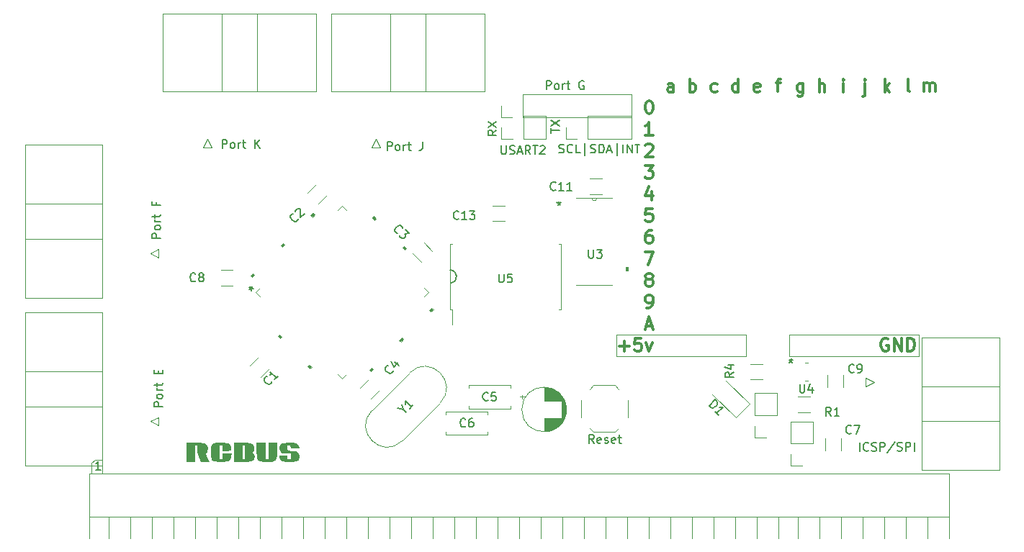
<source format=gbr>
%TF.GenerationSoftware,KiCad,Pcbnew,6.0.2+dfsg-1*%
%TF.CreationDate,2024-03-03T12:29:16-06:00*%
%TF.ProjectId,rc-duino,72632d64-7569-46e6-9f2e-6b696361645f,rev?*%
%TF.SameCoordinates,Original*%
%TF.FileFunction,Legend,Top*%
%TF.FilePolarity,Positive*%
%FSLAX46Y46*%
G04 Gerber Fmt 4.6, Leading zero omitted, Abs format (unit mm)*
G04 Created by KiCad (PCBNEW 6.0.2+dfsg-1) date 2024-03-03 12:29:16*
%MOMM*%
%LPD*%
G01*
G04 APERTURE LIST*
%ADD10C,0.150000*%
%ADD11C,0.300000*%
%ADD12C,0.120000*%
%ADD13C,0.100000*%
G04 APERTURE END LIST*
D10*
X101482339Y-61421229D02*
G75*
G03*
X101363800Y-59906506I-118539J752723D01*
G01*
X106824586Y-43453072D02*
X106348396Y-43786406D01*
X106824586Y-44024501D02*
X105824586Y-44024501D01*
X105824586Y-43643548D01*
X105872206Y-43548310D01*
X105919825Y-43500691D01*
X106015063Y-43453072D01*
X106157920Y-43453072D01*
X106253158Y-43500691D01*
X106300777Y-43548310D01*
X106348396Y-43643548D01*
X106348396Y-44024501D01*
X105824586Y-43119739D02*
X106824586Y-42453072D01*
X105824586Y-42453072D02*
X106824586Y-43119739D01*
X149509795Y-81203786D02*
X149509795Y-80203786D01*
X150557414Y-81108548D02*
X150509795Y-81156167D01*
X150366938Y-81203786D01*
X150271700Y-81203786D01*
X150128842Y-81156167D01*
X150033604Y-81060929D01*
X149985985Y-80965691D01*
X149938366Y-80775215D01*
X149938366Y-80632358D01*
X149985985Y-80441882D01*
X150033604Y-80346644D01*
X150128842Y-80251406D01*
X150271700Y-80203786D01*
X150366938Y-80203786D01*
X150509795Y-80251406D01*
X150557414Y-80299025D01*
X150938366Y-81156167D02*
X151081223Y-81203786D01*
X151319319Y-81203786D01*
X151414557Y-81156167D01*
X151462176Y-81108548D01*
X151509795Y-81013310D01*
X151509795Y-80918072D01*
X151462176Y-80822834D01*
X151414557Y-80775215D01*
X151319319Y-80727596D01*
X151128842Y-80679977D01*
X151033604Y-80632358D01*
X150985985Y-80584739D01*
X150938366Y-80489501D01*
X150938366Y-80394263D01*
X150985985Y-80299025D01*
X151033604Y-80251406D01*
X151128842Y-80203786D01*
X151366938Y-80203786D01*
X151509795Y-80251406D01*
X151938366Y-81203786D02*
X151938366Y-80203786D01*
X152319319Y-80203786D01*
X152414557Y-80251406D01*
X152462176Y-80299025D01*
X152509795Y-80394263D01*
X152509795Y-80537120D01*
X152462176Y-80632358D01*
X152414557Y-80679977D01*
X152319319Y-80727596D01*
X151938366Y-80727596D01*
X153652652Y-80156167D02*
X152795509Y-81441882D01*
X153938366Y-81156167D02*
X154081223Y-81203786D01*
X154319319Y-81203786D01*
X154414557Y-81156167D01*
X154462176Y-81108548D01*
X154509795Y-81013310D01*
X154509795Y-80918072D01*
X154462176Y-80822834D01*
X154414557Y-80775215D01*
X154319319Y-80727596D01*
X154128842Y-80679977D01*
X154033604Y-80632358D01*
X153985985Y-80584739D01*
X153938366Y-80489501D01*
X153938366Y-80394263D01*
X153985985Y-80299025D01*
X154033604Y-80251406D01*
X154128842Y-80203786D01*
X154366938Y-80203786D01*
X154509795Y-80251406D01*
X154938366Y-81203786D02*
X154938366Y-80203786D01*
X155319319Y-80203786D01*
X155414557Y-80251406D01*
X155462176Y-80299025D01*
X155509795Y-80394263D01*
X155509795Y-80537120D01*
X155462176Y-80632358D01*
X155414557Y-80679977D01*
X155319319Y-80727596D01*
X154938366Y-80727596D01*
X155938366Y-81203786D02*
X155938366Y-80203786D01*
X107380586Y-45278786D02*
X107380586Y-46088310D01*
X107428206Y-46183548D01*
X107475825Y-46231167D01*
X107571063Y-46278786D01*
X107761539Y-46278786D01*
X107856777Y-46231167D01*
X107904396Y-46183548D01*
X107952015Y-46088310D01*
X107952015Y-45278786D01*
X108380586Y-46231167D02*
X108523444Y-46278786D01*
X108761539Y-46278786D01*
X108856777Y-46231167D01*
X108904396Y-46183548D01*
X108952015Y-46088310D01*
X108952015Y-45993072D01*
X108904396Y-45897834D01*
X108856777Y-45850215D01*
X108761539Y-45802596D01*
X108571063Y-45754977D01*
X108475825Y-45707358D01*
X108428206Y-45659739D01*
X108380586Y-45564501D01*
X108380586Y-45469263D01*
X108428206Y-45374025D01*
X108475825Y-45326406D01*
X108571063Y-45278786D01*
X108809158Y-45278786D01*
X108952015Y-45326406D01*
X109332967Y-45993072D02*
X109809158Y-45993072D01*
X109237729Y-46278786D02*
X109571063Y-45278786D01*
X109904396Y-46278786D01*
X110809158Y-46278786D02*
X110475825Y-45802596D01*
X110237729Y-46278786D02*
X110237729Y-45278786D01*
X110618682Y-45278786D01*
X110713920Y-45326406D01*
X110761539Y-45374025D01*
X110809158Y-45469263D01*
X110809158Y-45612120D01*
X110761539Y-45707358D01*
X110713920Y-45754977D01*
X110618682Y-45802596D01*
X110237729Y-45802596D01*
X111094872Y-45278786D02*
X111666301Y-45278786D01*
X111380586Y-46278786D02*
X111380586Y-45278786D01*
X111952015Y-45374025D02*
X111999634Y-45326406D01*
X112094872Y-45278786D01*
X112332967Y-45278786D01*
X112428206Y-45326406D01*
X112475825Y-45374025D01*
X112523444Y-45469263D01*
X112523444Y-45564501D01*
X112475825Y-45707358D01*
X111904396Y-46278786D01*
X112523444Y-46278786D01*
X74581379Y-45588891D02*
X74581379Y-44588891D01*
X74962332Y-44588891D01*
X75057570Y-44636511D01*
X75105189Y-44684130D01*
X75152808Y-44779368D01*
X75152808Y-44922225D01*
X75105189Y-45017463D01*
X75057570Y-45065082D01*
X74962332Y-45112701D01*
X74581379Y-45112701D01*
X75724236Y-45588891D02*
X75628998Y-45541272D01*
X75581379Y-45493653D01*
X75533760Y-45398415D01*
X75533760Y-45112701D01*
X75581379Y-45017463D01*
X75628998Y-44969844D01*
X75724236Y-44922225D01*
X75867094Y-44922225D01*
X75962332Y-44969844D01*
X76009951Y-45017463D01*
X76057570Y-45112701D01*
X76057570Y-45398415D01*
X76009951Y-45493653D01*
X75962332Y-45541272D01*
X75867094Y-45588891D01*
X75724236Y-45588891D01*
X76486141Y-45588891D02*
X76486141Y-44922225D01*
X76486141Y-45112701D02*
X76533760Y-45017463D01*
X76581379Y-44969844D01*
X76676617Y-44922225D01*
X76771856Y-44922225D01*
X76962332Y-44922225D02*
X77343284Y-44922225D01*
X77105189Y-44588891D02*
X77105189Y-45446034D01*
X77152808Y-45541272D01*
X77248046Y-45588891D01*
X77343284Y-45588891D01*
X78438522Y-45588891D02*
X78438522Y-44588891D01*
X79009951Y-45588891D02*
X78581379Y-45017463D01*
X79009951Y-44588891D02*
X78438522Y-45160320D01*
X67572236Y-75981368D02*
X66572236Y-75981368D01*
X66572236Y-75600415D01*
X66619856Y-75505177D01*
X66667475Y-75457558D01*
X66762713Y-75409939D01*
X66905570Y-75409939D01*
X67000808Y-75457558D01*
X67048427Y-75505177D01*
X67096046Y-75600415D01*
X67096046Y-75981368D01*
X67572236Y-74838511D02*
X67524617Y-74933749D01*
X67476998Y-74981368D01*
X67381760Y-75028987D01*
X67096046Y-75028987D01*
X67000808Y-74981368D01*
X66953189Y-74933749D01*
X66905570Y-74838511D01*
X66905570Y-74695653D01*
X66953189Y-74600415D01*
X67000808Y-74552796D01*
X67096046Y-74505177D01*
X67381760Y-74505177D01*
X67476998Y-74552796D01*
X67524617Y-74600415D01*
X67572236Y-74695653D01*
X67572236Y-74838511D01*
X67572236Y-74076606D02*
X66905570Y-74076606D01*
X67096046Y-74076606D02*
X67000808Y-74028987D01*
X66953189Y-73981368D01*
X66905570Y-73886130D01*
X66905570Y-73790891D01*
X66905570Y-73600415D02*
X66905570Y-73219463D01*
X66572236Y-73457558D02*
X67429379Y-73457558D01*
X67524617Y-73409939D01*
X67572236Y-73314701D01*
X67572236Y-73219463D01*
X67048427Y-72124225D02*
X67048427Y-71790891D01*
X67572236Y-71648034D02*
X67572236Y-72124225D01*
X66572236Y-72124225D01*
X66572236Y-71648034D01*
X94004427Y-45842891D02*
X94004427Y-44842891D01*
X94385379Y-44842891D01*
X94480617Y-44890511D01*
X94528236Y-44938130D01*
X94575856Y-45033368D01*
X94575856Y-45176225D01*
X94528236Y-45271463D01*
X94480617Y-45319082D01*
X94385379Y-45366701D01*
X94004427Y-45366701D01*
X95147284Y-45842891D02*
X95052046Y-45795272D01*
X95004427Y-45747653D01*
X94956808Y-45652415D01*
X94956808Y-45366701D01*
X95004427Y-45271463D01*
X95052046Y-45223844D01*
X95147284Y-45176225D01*
X95290141Y-45176225D01*
X95385379Y-45223844D01*
X95432998Y-45271463D01*
X95480617Y-45366701D01*
X95480617Y-45652415D01*
X95432998Y-45747653D01*
X95385379Y-45795272D01*
X95290141Y-45842891D01*
X95147284Y-45842891D01*
X95909189Y-45842891D02*
X95909189Y-45176225D01*
X95909189Y-45366701D02*
X95956808Y-45271463D01*
X96004427Y-45223844D01*
X96099665Y-45176225D01*
X96194903Y-45176225D01*
X96385379Y-45176225D02*
X96766332Y-45176225D01*
X96528236Y-44842891D02*
X96528236Y-45700034D01*
X96575856Y-45795272D01*
X96671094Y-45842891D01*
X96766332Y-45842891D01*
X98147284Y-44842891D02*
X98147284Y-45557177D01*
X98099665Y-45700034D01*
X98004427Y-45795272D01*
X97861570Y-45842891D01*
X97766332Y-45842891D01*
X113215986Y-43768910D02*
X113215986Y-43197482D01*
X114215986Y-43483196D02*
X113215986Y-43483196D01*
X113215986Y-42959386D02*
X114215986Y-42292720D01*
X113215986Y-42292720D02*
X114215986Y-42959386D01*
X67318236Y-56145558D02*
X66318236Y-56145558D01*
X66318236Y-55764606D01*
X66365856Y-55669368D01*
X66413475Y-55621749D01*
X66508713Y-55574130D01*
X66651570Y-55574130D01*
X66746808Y-55621749D01*
X66794427Y-55669368D01*
X66842046Y-55764606D01*
X66842046Y-56145558D01*
X67318236Y-55002701D02*
X67270617Y-55097939D01*
X67222998Y-55145558D01*
X67127760Y-55193177D01*
X66842046Y-55193177D01*
X66746808Y-55145558D01*
X66699189Y-55097939D01*
X66651570Y-55002701D01*
X66651570Y-54859844D01*
X66699189Y-54764606D01*
X66746808Y-54716987D01*
X66842046Y-54669368D01*
X67127760Y-54669368D01*
X67222998Y-54716987D01*
X67270617Y-54764606D01*
X67318236Y-54859844D01*
X67318236Y-55002701D01*
X67318236Y-54240796D02*
X66651570Y-54240796D01*
X66842046Y-54240796D02*
X66746808Y-54193177D01*
X66699189Y-54145558D01*
X66651570Y-54050320D01*
X66651570Y-53955082D01*
X66651570Y-53764606D02*
X66651570Y-53383653D01*
X66318236Y-53621749D02*
X67175379Y-53621749D01*
X67270617Y-53574130D01*
X67318236Y-53478891D01*
X67318236Y-53383653D01*
X66794427Y-51955082D02*
X66794427Y-52288415D01*
X67318236Y-52288415D02*
X66318236Y-52288415D01*
X66318236Y-51812225D01*
X114186123Y-46078767D02*
X114328980Y-46126386D01*
X114567076Y-46126386D01*
X114662314Y-46078767D01*
X114709933Y-46031148D01*
X114757552Y-45935910D01*
X114757552Y-45840672D01*
X114709933Y-45745434D01*
X114662314Y-45697815D01*
X114567076Y-45650196D01*
X114376600Y-45602577D01*
X114281361Y-45554958D01*
X114233742Y-45507339D01*
X114186123Y-45412101D01*
X114186123Y-45316863D01*
X114233742Y-45221625D01*
X114281361Y-45174006D01*
X114376600Y-45126386D01*
X114614695Y-45126386D01*
X114757552Y-45174006D01*
X115757552Y-46031148D02*
X115709933Y-46078767D01*
X115567076Y-46126386D01*
X115471838Y-46126386D01*
X115328980Y-46078767D01*
X115233742Y-45983529D01*
X115186123Y-45888291D01*
X115138504Y-45697815D01*
X115138504Y-45554958D01*
X115186123Y-45364482D01*
X115233742Y-45269244D01*
X115328980Y-45174006D01*
X115471838Y-45126386D01*
X115567076Y-45126386D01*
X115709933Y-45174006D01*
X115757552Y-45221625D01*
X116662314Y-46126386D02*
X116186123Y-46126386D01*
X116186123Y-45126386D01*
X117233742Y-46459720D02*
X117233742Y-45031148D01*
X117900409Y-46078767D02*
X118043266Y-46126386D01*
X118281361Y-46126386D01*
X118376600Y-46078767D01*
X118424219Y-46031148D01*
X118471838Y-45935910D01*
X118471838Y-45840672D01*
X118424219Y-45745434D01*
X118376600Y-45697815D01*
X118281361Y-45650196D01*
X118090885Y-45602577D01*
X117995647Y-45554958D01*
X117948028Y-45507339D01*
X117900409Y-45412101D01*
X117900409Y-45316863D01*
X117948028Y-45221625D01*
X117995647Y-45174006D01*
X118090885Y-45126386D01*
X118328980Y-45126386D01*
X118471838Y-45174006D01*
X118900409Y-46126386D02*
X118900409Y-45126386D01*
X119138504Y-45126386D01*
X119281361Y-45174006D01*
X119376600Y-45269244D01*
X119424219Y-45364482D01*
X119471838Y-45554958D01*
X119471838Y-45697815D01*
X119424219Y-45888291D01*
X119376600Y-45983529D01*
X119281361Y-46078767D01*
X119138504Y-46126386D01*
X118900409Y-46126386D01*
X119852790Y-45840672D02*
X120328980Y-45840672D01*
X119757552Y-46126386D02*
X120090885Y-45126386D01*
X120424219Y-46126386D01*
X120995647Y-46459720D02*
X120995647Y-45031148D01*
X121709933Y-46126386D02*
X121709933Y-45126386D01*
X122186123Y-46126386D02*
X122186123Y-45126386D01*
X122757552Y-46126386D01*
X122757552Y-45126386D01*
X123090885Y-45126386D02*
X123662314Y-45126386D01*
X123376600Y-46126386D02*
X123376600Y-45126386D01*
X112695511Y-38658786D02*
X112695511Y-37658786D01*
X113076464Y-37658786D01*
X113171702Y-37706406D01*
X113219321Y-37754025D01*
X113266940Y-37849263D01*
X113266940Y-37992120D01*
X113219321Y-38087358D01*
X113171702Y-38134977D01*
X113076464Y-38182596D01*
X112695511Y-38182596D01*
X113838368Y-38658786D02*
X113743130Y-38611167D01*
X113695511Y-38563548D01*
X113647892Y-38468310D01*
X113647892Y-38182596D01*
X113695511Y-38087358D01*
X113743130Y-38039739D01*
X113838368Y-37992120D01*
X113981226Y-37992120D01*
X114076464Y-38039739D01*
X114124083Y-38087358D01*
X114171702Y-38182596D01*
X114171702Y-38468310D01*
X114124083Y-38563548D01*
X114076464Y-38611167D01*
X113981226Y-38658786D01*
X113838368Y-38658786D01*
X114600273Y-38658786D02*
X114600273Y-37992120D01*
X114600273Y-38182596D02*
X114647892Y-38087358D01*
X114695511Y-38039739D01*
X114790749Y-37992120D01*
X114885988Y-37992120D01*
X115076464Y-37992120D02*
X115457416Y-37992120D01*
X115219321Y-37658786D02*
X115219321Y-38515929D01*
X115266940Y-38611167D01*
X115362178Y-38658786D01*
X115457416Y-38658786D01*
X117076464Y-37706406D02*
X116981226Y-37658786D01*
X116838368Y-37658786D01*
X116695511Y-37706406D01*
X116600273Y-37801644D01*
X116552654Y-37896882D01*
X116505035Y-38087358D01*
X116505035Y-38230215D01*
X116552654Y-38420691D01*
X116600273Y-38515929D01*
X116695511Y-38611167D01*
X116838368Y-38658786D01*
X116933607Y-38658786D01*
X117076464Y-38611167D01*
X117124083Y-38563548D01*
X117124083Y-38230215D01*
X116933607Y-38230215D01*
%TO.C,U5*%
X107111895Y-60374886D02*
X107111895Y-61184410D01*
X107159514Y-61279648D01*
X107207133Y-61327267D01*
X107302371Y-61374886D01*
X107492847Y-61374886D01*
X107588085Y-61327267D01*
X107635704Y-61279648D01*
X107683323Y-61184410D01*
X107683323Y-60374886D01*
X108635704Y-60374886D02*
X108159514Y-60374886D01*
X108111895Y-60851077D01*
X108159514Y-60803458D01*
X108254752Y-60755839D01*
X108492847Y-60755839D01*
X108588085Y-60803458D01*
X108635704Y-60851077D01*
X108683323Y-60946315D01*
X108683323Y-61184410D01*
X108635704Y-61279648D01*
X108588085Y-61327267D01*
X108492847Y-61374886D01*
X108254752Y-61374886D01*
X108159514Y-61327267D01*
X108111895Y-61279648D01*
%TO.C,C13*%
X102379542Y-53862848D02*
X102331923Y-53910467D01*
X102189066Y-53958086D01*
X102093828Y-53958086D01*
X101950971Y-53910467D01*
X101855733Y-53815229D01*
X101808114Y-53719991D01*
X101760495Y-53529515D01*
X101760495Y-53386658D01*
X101808114Y-53196182D01*
X101855733Y-53100944D01*
X101950971Y-53005706D01*
X102093828Y-52958086D01*
X102189066Y-52958086D01*
X102331923Y-53005706D01*
X102379542Y-53053325D01*
X103331923Y-53958086D02*
X102760495Y-53958086D01*
X103046209Y-53958086D02*
X103046209Y-52958086D01*
X102950971Y-53100944D01*
X102855733Y-53196182D01*
X102760495Y-53243801D01*
X103665257Y-52958086D02*
X104284304Y-52958086D01*
X103950971Y-53339039D01*
X104093828Y-53339039D01*
X104189066Y-53386658D01*
X104236685Y-53434277D01*
X104284304Y-53529515D01*
X104284304Y-53767610D01*
X104236685Y-53862848D01*
X104189066Y-53910467D01*
X104093828Y-53958086D01*
X103808114Y-53958086D01*
X103712876Y-53910467D01*
X103665257Y-53862848D01*
%TO.C,U2*%
X77775441Y-61912311D02*
X77943800Y-62080670D01*
X77708098Y-62181685D02*
X77943800Y-62080670D01*
X78044815Y-61844968D01*
X77977472Y-62316372D02*
X77943800Y-62080670D01*
X78179502Y-62114342D01*
X77819374Y-61931212D02*
X77987733Y-62099571D01*
X77752031Y-62200586D02*
X77987733Y-62099571D01*
X78088748Y-61863869D01*
X78021405Y-62335273D02*
X77987733Y-62099571D01*
X78223435Y-62133243D01*
%TO.C,C4*%
X94648087Y-71732295D02*
X94648087Y-71799638D01*
X94580743Y-71934325D01*
X94513400Y-72001669D01*
X94378712Y-72069012D01*
X94244025Y-72069012D01*
X94143010Y-72035341D01*
X93974651Y-71934325D01*
X93873636Y-71833310D01*
X93772621Y-71664951D01*
X93738949Y-71563936D01*
X93738949Y-71429249D01*
X93806293Y-71294562D01*
X93873636Y-71227218D01*
X94008323Y-71159875D01*
X94075667Y-71159875D01*
X94850117Y-70722142D02*
X95321522Y-71193547D01*
X94412384Y-70621127D02*
X94749102Y-71294562D01*
X95186835Y-70856829D01*
%TO.C,C7*%
X148524933Y-79076548D02*
X148477314Y-79124167D01*
X148334457Y-79171786D01*
X148239219Y-79171786D01*
X148096361Y-79124167D01*
X148001123Y-79028929D01*
X147953504Y-78933691D01*
X147905885Y-78743215D01*
X147905885Y-78600358D01*
X147953504Y-78409882D01*
X148001123Y-78314644D01*
X148096361Y-78219406D01*
X148239219Y-78171786D01*
X148334457Y-78171786D01*
X148477314Y-78219406D01*
X148524933Y-78267025D01*
X148858266Y-78171786D02*
X149524933Y-78171786D01*
X149096361Y-79171786D01*
%TO.C,Reset*%
X118294304Y-80289386D02*
X117960971Y-79813196D01*
X117722876Y-80289386D02*
X117722876Y-79289386D01*
X118103828Y-79289386D01*
X118199066Y-79337006D01*
X118246685Y-79384625D01*
X118294304Y-79479863D01*
X118294304Y-79622720D01*
X118246685Y-79717958D01*
X118199066Y-79765577D01*
X118103828Y-79813196D01*
X117722876Y-79813196D01*
X119103828Y-80241767D02*
X119008590Y-80289386D01*
X118818114Y-80289386D01*
X118722876Y-80241767D01*
X118675257Y-80146529D01*
X118675257Y-79765577D01*
X118722876Y-79670339D01*
X118818114Y-79622720D01*
X119008590Y-79622720D01*
X119103828Y-79670339D01*
X119151447Y-79765577D01*
X119151447Y-79860815D01*
X118675257Y-79956053D01*
X119532400Y-80241767D02*
X119627638Y-80289386D01*
X119818114Y-80289386D01*
X119913352Y-80241767D01*
X119960971Y-80146529D01*
X119960971Y-80098910D01*
X119913352Y-80003672D01*
X119818114Y-79956053D01*
X119675257Y-79956053D01*
X119580019Y-79908434D01*
X119532400Y-79813196D01*
X119532400Y-79765577D01*
X119580019Y-79670339D01*
X119675257Y-79622720D01*
X119818114Y-79622720D01*
X119913352Y-79670339D01*
X120770495Y-80241767D02*
X120675257Y-80289386D01*
X120484780Y-80289386D01*
X120389542Y-80241767D01*
X120341923Y-80146529D01*
X120341923Y-79765577D01*
X120389542Y-79670339D01*
X120484780Y-79622720D01*
X120675257Y-79622720D01*
X120770495Y-79670339D01*
X120818114Y-79765577D01*
X120818114Y-79860815D01*
X120341923Y-79956053D01*
X121103828Y-79622720D02*
X121484780Y-79622720D01*
X121246685Y-79289386D02*
X121246685Y-80146529D01*
X121294304Y-80241767D01*
X121389542Y-80289386D01*
X121484780Y-80289386D01*
%TO.C,C6*%
X103171333Y-78284342D02*
X103123714Y-78331961D01*
X102980857Y-78379580D01*
X102885619Y-78379580D01*
X102742761Y-78331961D01*
X102647523Y-78236723D01*
X102599904Y-78141485D01*
X102552285Y-77951009D01*
X102552285Y-77808152D01*
X102599904Y-77617676D01*
X102647523Y-77522438D01*
X102742761Y-77427200D01*
X102885619Y-77379580D01*
X102980857Y-77379580D01*
X103123714Y-77427200D01*
X103171333Y-77474819D01*
X104028476Y-77379580D02*
X103838000Y-77379580D01*
X103742761Y-77427200D01*
X103695142Y-77474819D01*
X103599904Y-77617676D01*
X103552285Y-77808152D01*
X103552285Y-78189104D01*
X103599904Y-78284342D01*
X103647523Y-78331961D01*
X103742761Y-78379580D01*
X103933238Y-78379580D01*
X104028476Y-78331961D01*
X104076095Y-78284342D01*
X104123714Y-78189104D01*
X104123714Y-77951009D01*
X104076095Y-77855771D01*
X104028476Y-77808152D01*
X103933238Y-77760533D01*
X103742761Y-77760533D01*
X103647523Y-77808152D01*
X103599904Y-77855771D01*
X103552285Y-77951009D01*
%TO.C,C8*%
X71435933Y-61178048D02*
X71388314Y-61225667D01*
X71245457Y-61273286D01*
X71150219Y-61273286D01*
X71007361Y-61225667D01*
X70912123Y-61130429D01*
X70864504Y-61035191D01*
X70816885Y-60844715D01*
X70816885Y-60701858D01*
X70864504Y-60511382D01*
X70912123Y-60416144D01*
X71007361Y-60320906D01*
X71150219Y-60273286D01*
X71245457Y-60273286D01*
X71388314Y-60320906D01*
X71435933Y-60368525D01*
X72007361Y-60701858D02*
X71912123Y-60654239D01*
X71864504Y-60606620D01*
X71816885Y-60511382D01*
X71816885Y-60463763D01*
X71864504Y-60368525D01*
X71912123Y-60320906D01*
X72007361Y-60273286D01*
X72197838Y-60273286D01*
X72293076Y-60320906D01*
X72340695Y-60368525D01*
X72388314Y-60463763D01*
X72388314Y-60511382D01*
X72340695Y-60606620D01*
X72293076Y-60654239D01*
X72197838Y-60701858D01*
X72007361Y-60701858D01*
X71912123Y-60749477D01*
X71864504Y-60797096D01*
X71816885Y-60892334D01*
X71816885Y-61082810D01*
X71864504Y-61178048D01*
X71912123Y-61225667D01*
X72007361Y-61273286D01*
X72197838Y-61273286D01*
X72293076Y-61225667D01*
X72340695Y-61178048D01*
X72388314Y-61082810D01*
X72388314Y-60892334D01*
X72340695Y-60797096D01*
X72293076Y-60749477D01*
X72197838Y-60701858D01*
D11*
%TO.C,J7*%
X137766219Y-38890952D02*
X137623362Y-38962381D01*
X137337647Y-38962381D01*
X137194790Y-38890952D01*
X137123362Y-38748095D01*
X137123362Y-38176667D01*
X137194790Y-38033810D01*
X137337647Y-37962381D01*
X137623362Y-37962381D01*
X137766219Y-38033810D01*
X137837647Y-38176667D01*
X137837647Y-38319524D01*
X137123362Y-38462381D01*
X147640505Y-38962381D02*
X147640505Y-37962381D01*
X147640505Y-37462381D02*
X147569076Y-37533810D01*
X147640505Y-37605238D01*
X147711933Y-37533810D01*
X147640505Y-37462381D01*
X147640505Y-37605238D01*
X157114518Y-38919971D02*
X157114518Y-37919971D01*
X157114518Y-38062828D02*
X157185947Y-37991400D01*
X157328804Y-37919971D01*
X157543090Y-37919971D01*
X157685947Y-37991400D01*
X157757376Y-38134257D01*
X157757376Y-38919971D01*
X157757376Y-38134257D02*
X157828804Y-37991400D01*
X157971661Y-37919971D01*
X158185947Y-37919971D01*
X158328804Y-37991400D01*
X158400233Y-38134257D01*
X158400233Y-38919971D01*
X124280505Y-57782381D02*
X125280505Y-57782381D01*
X124637647Y-59282381D01*
X152856373Y-67997409D02*
X152713516Y-67925980D01*
X152499231Y-67925980D01*
X152284945Y-67997409D01*
X152142088Y-68140266D01*
X152070659Y-68283123D01*
X151999231Y-68568837D01*
X151999231Y-68783123D01*
X152070659Y-69068837D01*
X152142088Y-69211694D01*
X152284945Y-69354551D01*
X152499231Y-69425980D01*
X152642088Y-69425980D01*
X152856373Y-69354551D01*
X152927802Y-69283123D01*
X152927802Y-68783123D01*
X152642088Y-68783123D01*
X153570659Y-69425980D02*
X153570659Y-67925980D01*
X154427802Y-69425980D01*
X154427802Y-67925980D01*
X155142088Y-69425980D02*
X155142088Y-67925980D01*
X155499231Y-67925980D01*
X155713516Y-67997409D01*
X155856373Y-68140266D01*
X155927802Y-68283123D01*
X155999231Y-68568837D01*
X155999231Y-68783123D01*
X155927802Y-69068837D01*
X155856373Y-69211694D01*
X155713516Y-69354551D01*
X155499231Y-69425980D01*
X155142088Y-69425980D01*
X125066219Y-55242381D02*
X124780505Y-55242381D01*
X124637647Y-55313810D01*
X124566219Y-55385238D01*
X124423362Y-55599524D01*
X124351933Y-55885238D01*
X124351933Y-56456667D01*
X124423362Y-56599524D01*
X124494790Y-56670952D01*
X124637647Y-56742381D01*
X124923362Y-56742381D01*
X125066219Y-56670952D01*
X125137647Y-56599524D01*
X125209076Y-56456667D01*
X125209076Y-56099524D01*
X125137647Y-55956667D01*
X125066219Y-55885238D01*
X124923362Y-55813810D01*
X124637647Y-55813810D01*
X124494790Y-55885238D01*
X124423362Y-55956667D01*
X124351933Y-56099524D01*
X152470505Y-38962381D02*
X152470505Y-37462381D01*
X152613362Y-38390952D02*
X153041933Y-38962381D01*
X153041933Y-37962381D02*
X152470505Y-38533810D01*
X125066219Y-50662381D02*
X125066219Y-51662381D01*
X124709076Y-50090952D02*
X124351933Y-51162381D01*
X125280505Y-51162381D01*
X135261933Y-38962381D02*
X135261933Y-37462381D01*
X135261933Y-38890952D02*
X135119076Y-38962381D01*
X134833362Y-38962381D01*
X134690505Y-38890952D01*
X134619076Y-38819524D01*
X134547647Y-38676667D01*
X134547647Y-38248095D01*
X134619076Y-38105238D01*
X134690505Y-38033810D01*
X134833362Y-37962381D01*
X135119076Y-37962381D01*
X135261933Y-38033810D01*
X124280505Y-47622381D02*
X125209076Y-47622381D01*
X124709076Y-48193810D01*
X124923362Y-48193810D01*
X125066219Y-48265238D01*
X125137647Y-48336667D01*
X125209076Y-48479524D01*
X125209076Y-48836667D01*
X125137647Y-48979524D01*
X125066219Y-49050952D01*
X124923362Y-49122381D01*
X124494790Y-49122381D01*
X124351933Y-49050952D01*
X124280505Y-48979524D01*
X139691669Y-37919970D02*
X140263098Y-37919970D01*
X139905955Y-38919970D02*
X139905955Y-37634256D01*
X139977384Y-37491399D01*
X140120241Y-37419970D01*
X140263098Y-37419970D01*
X129539076Y-38962381D02*
X129539076Y-37462381D01*
X129539076Y-38033810D02*
X129681933Y-37962381D01*
X129967647Y-37962381D01*
X130110505Y-38033810D01*
X130181933Y-38105238D01*
X130253362Y-38248095D01*
X130253362Y-38676667D01*
X130181933Y-38819524D01*
X130110505Y-38890952D01*
X129967647Y-38962381D01*
X129681933Y-38962381D01*
X129539076Y-38890952D01*
X142881933Y-37962381D02*
X142881933Y-39176667D01*
X142810505Y-39319524D01*
X142739076Y-39390952D01*
X142596219Y-39462381D01*
X142381933Y-39462381D01*
X142239076Y-39390952D01*
X142881933Y-38890952D02*
X142739076Y-38962381D01*
X142453362Y-38962381D01*
X142310505Y-38890952D01*
X142239076Y-38819524D01*
X142167647Y-38676667D01*
X142167647Y-38248095D01*
X142239076Y-38105238D01*
X142310505Y-38033810D01*
X142453362Y-37962381D01*
X142739076Y-37962381D01*
X142881933Y-38033810D01*
X132757647Y-38890952D02*
X132614790Y-38962381D01*
X132329076Y-38962381D01*
X132186219Y-38890952D01*
X132114790Y-38819524D01*
X132043362Y-38676667D01*
X132043362Y-38248095D01*
X132114790Y-38105238D01*
X132186219Y-38033810D01*
X132329076Y-37962381D01*
X132614790Y-37962381D01*
X132757647Y-38033810D01*
X121270733Y-68865653D02*
X122413590Y-68865653D01*
X121842161Y-69437082D02*
X121842161Y-68294225D01*
X123842161Y-67937082D02*
X123127876Y-67937082D01*
X123056447Y-68651368D01*
X123127876Y-68579939D01*
X123270733Y-68508511D01*
X123627876Y-68508511D01*
X123770733Y-68579939D01*
X123842161Y-68651368D01*
X123913590Y-68794225D01*
X123913590Y-69151368D01*
X123842161Y-69294225D01*
X123770733Y-69365653D01*
X123627876Y-69437082D01*
X123270733Y-69437082D01*
X123127876Y-69365653D01*
X123056447Y-69294225D01*
X124413590Y-68437082D02*
X124770733Y-69437082D01*
X125127876Y-68437082D01*
X125209076Y-44042381D02*
X124351933Y-44042381D01*
X124780505Y-44042381D02*
X124780505Y-42542381D01*
X124637647Y-42756667D01*
X124494790Y-42899524D01*
X124351933Y-42970952D01*
X155395955Y-38919970D02*
X155253098Y-38848541D01*
X155181669Y-38705684D01*
X155181669Y-37419970D01*
X124637647Y-60965238D02*
X124494790Y-60893810D01*
X124423362Y-60822381D01*
X124351933Y-60679524D01*
X124351933Y-60608095D01*
X124423362Y-60465238D01*
X124494790Y-60393810D01*
X124637647Y-60322381D01*
X124923362Y-60322381D01*
X125066219Y-60393810D01*
X125137647Y-60465238D01*
X125209076Y-60608095D01*
X125209076Y-60679524D01*
X125137647Y-60822381D01*
X125066219Y-60893810D01*
X124923362Y-60965238D01*
X124637647Y-60965238D01*
X124494790Y-61036667D01*
X124423362Y-61108095D01*
X124351933Y-61250952D01*
X124351933Y-61536667D01*
X124423362Y-61679524D01*
X124494790Y-61750952D01*
X124637647Y-61822381D01*
X124923362Y-61822381D01*
X125066219Y-61750952D01*
X125137647Y-61679524D01*
X125209076Y-61536667D01*
X125209076Y-61250952D01*
X125137647Y-61108095D01*
X125066219Y-61036667D01*
X124923362Y-60965238D01*
X127641933Y-38962381D02*
X127641933Y-38176667D01*
X127570505Y-38033810D01*
X127427647Y-37962381D01*
X127141933Y-37962381D01*
X126999076Y-38033810D01*
X127641933Y-38890952D02*
X127499076Y-38962381D01*
X127141933Y-38962381D01*
X126999076Y-38890952D01*
X126927647Y-38748095D01*
X126927647Y-38605238D01*
X126999076Y-38462381D01*
X127141933Y-38390952D01*
X127499076Y-38390952D01*
X127641933Y-38319524D01*
X124709076Y-40002381D02*
X124851933Y-40002381D01*
X124994790Y-40073810D01*
X125066219Y-40145238D01*
X125137647Y-40288095D01*
X125209076Y-40573810D01*
X125209076Y-40930952D01*
X125137647Y-41216667D01*
X125066219Y-41359524D01*
X124994790Y-41430952D01*
X124851933Y-41502381D01*
X124709076Y-41502381D01*
X124566219Y-41430952D01*
X124494790Y-41359524D01*
X124423362Y-41216667D01*
X124351933Y-40930952D01*
X124351933Y-40573810D01*
X124423362Y-40288095D01*
X124494790Y-40145238D01*
X124566219Y-40073810D01*
X124709076Y-40002381D01*
X124351933Y-45225238D02*
X124423362Y-45153810D01*
X124566219Y-45082381D01*
X124923362Y-45082381D01*
X125066219Y-45153810D01*
X125137647Y-45225238D01*
X125209076Y-45368095D01*
X125209076Y-45510952D01*
X125137647Y-45725238D01*
X124280505Y-46582381D01*
X125209076Y-46582381D01*
X124494790Y-64362381D02*
X124780505Y-64362381D01*
X124923362Y-64290952D01*
X124994790Y-64219524D01*
X125137647Y-64005238D01*
X125209076Y-63719524D01*
X125209076Y-63148095D01*
X125137647Y-63005238D01*
X125066219Y-62933810D01*
X124923362Y-62862381D01*
X124637647Y-62862381D01*
X124494790Y-62933810D01*
X124423362Y-63005238D01*
X124351933Y-63148095D01*
X124351933Y-63505238D01*
X124423362Y-63648095D01*
X124494790Y-63719524D01*
X124637647Y-63790952D01*
X124923362Y-63790952D01*
X125066219Y-63719524D01*
X125137647Y-63648095D01*
X125209076Y-63505238D01*
X125137647Y-52702381D02*
X124423362Y-52702381D01*
X124351933Y-53416667D01*
X124423362Y-53345238D01*
X124566219Y-53273810D01*
X124923362Y-53273810D01*
X125066219Y-53345238D01*
X125137647Y-53416667D01*
X125209076Y-53559524D01*
X125209076Y-53916667D01*
X125137647Y-54059524D01*
X125066219Y-54130952D01*
X124923362Y-54202381D01*
X124566219Y-54202381D01*
X124423362Y-54130952D01*
X124351933Y-54059524D01*
X144779076Y-38962381D02*
X144779076Y-37462381D01*
X145421933Y-38962381D02*
X145421933Y-38176667D01*
X145350505Y-38033810D01*
X145207647Y-37962381D01*
X144993362Y-37962381D01*
X144850505Y-38033810D01*
X144779076Y-38105238D01*
X124423362Y-66473810D02*
X125137647Y-66473810D01*
X124280505Y-66902381D02*
X124780505Y-65402381D01*
X125280505Y-66902381D01*
X150180505Y-37962381D02*
X150180505Y-39248095D01*
X150109076Y-39390952D01*
X149966219Y-39462381D01*
X149894790Y-39462381D01*
X150180505Y-37462381D02*
X150109076Y-37533810D01*
X150180505Y-37605238D01*
X150251933Y-37533810D01*
X150180505Y-37462381D01*
X150180505Y-37605238D01*
D10*
%TO.C,C3*%
X95209810Y-55570793D02*
X95142467Y-55570793D01*
X95007780Y-55503449D01*
X94940436Y-55436106D01*
X94873093Y-55301418D01*
X94873093Y-55166731D01*
X94906764Y-55065716D01*
X95007780Y-54897357D01*
X95108795Y-54796342D01*
X95277154Y-54695327D01*
X95378169Y-54661655D01*
X95512856Y-54661655D01*
X95647543Y-54728999D01*
X95714887Y-54796342D01*
X95782230Y-54931029D01*
X95782230Y-54998373D01*
X96085276Y-55166731D02*
X96523009Y-55604464D01*
X96017932Y-55638136D01*
X96118948Y-55739151D01*
X96152619Y-55840167D01*
X96152619Y-55907510D01*
X96118948Y-56008525D01*
X95950589Y-56176884D01*
X95849574Y-56210556D01*
X95782230Y-56210556D01*
X95681215Y-56176884D01*
X95479184Y-55974854D01*
X95445512Y-55873838D01*
X95445512Y-55806495D01*
%TO.C,U3*%
X117653095Y-57504686D02*
X117653095Y-58314210D01*
X117700714Y-58409448D01*
X117748333Y-58457067D01*
X117843571Y-58504686D01*
X118034047Y-58504686D01*
X118129285Y-58457067D01*
X118176904Y-58409448D01*
X118224523Y-58314210D01*
X118224523Y-57504686D01*
X118605476Y-57504686D02*
X119224523Y-57504686D01*
X118891190Y-57885639D01*
X119034047Y-57885639D01*
X119129285Y-57933258D01*
X119176904Y-57980877D01*
X119224523Y-58076115D01*
X119224523Y-58314210D01*
X119176904Y-58409448D01*
X119129285Y-58457067D01*
X119034047Y-58504686D01*
X118748333Y-58504686D01*
X118653095Y-58457067D01*
X118605476Y-58409448D01*
X114173000Y-51831986D02*
X114173000Y-52070082D01*
X113934904Y-51974844D02*
X114173000Y-52070082D01*
X114411095Y-51974844D01*
X114030142Y-52260558D02*
X114173000Y-52070082D01*
X114315857Y-52260558D01*
%TO.C,Y1*%
X95831034Y-76321893D02*
X96167752Y-76658611D01*
X95224943Y-76187206D02*
X95831034Y-76321893D01*
X95696347Y-75715802D01*
X97009545Y-75816817D02*
X96605484Y-76220878D01*
X96807515Y-76018847D02*
X96100408Y-75311741D01*
X96134080Y-75480099D01*
X96134080Y-75614786D01*
X96100408Y-75715802D01*
%TO.C,R1*%
X146162733Y-77072086D02*
X145829400Y-76595896D01*
X145591304Y-77072086D02*
X145591304Y-76072086D01*
X145972257Y-76072086D01*
X146067495Y-76119706D01*
X146115114Y-76167325D01*
X146162733Y-76262563D01*
X146162733Y-76405420D01*
X146115114Y-76500658D01*
X146067495Y-76548277D01*
X145972257Y-76595896D01*
X145591304Y-76595896D01*
X147115114Y-77072086D02*
X146543685Y-77072086D01*
X146829400Y-77072086D02*
X146829400Y-76072086D01*
X146734161Y-76214944D01*
X146638923Y-76310182D01*
X146543685Y-76357801D01*
%TO.C,R4*%
X134693168Y-71960372D02*
X134216978Y-72293706D01*
X134693168Y-72531801D02*
X133693168Y-72531801D01*
X133693168Y-72150848D01*
X133740788Y-72055610D01*
X133788407Y-72007991D01*
X133883645Y-71960372D01*
X134026502Y-71960372D01*
X134121740Y-72007991D01*
X134169359Y-72055610D01*
X134216978Y-72150848D01*
X134216978Y-72531801D01*
X134026502Y-71103229D02*
X134693168Y-71103229D01*
X133645549Y-71341325D02*
X134359835Y-71579420D01*
X134359835Y-70960372D01*
%TO.C,C9*%
X148855133Y-71896848D02*
X148807514Y-71944467D01*
X148664657Y-71992086D01*
X148569419Y-71992086D01*
X148426561Y-71944467D01*
X148331323Y-71849229D01*
X148283704Y-71753991D01*
X148236085Y-71563515D01*
X148236085Y-71420658D01*
X148283704Y-71230182D01*
X148331323Y-71134944D01*
X148426561Y-71039706D01*
X148569419Y-70992086D01*
X148664657Y-70992086D01*
X148807514Y-71039706D01*
X148855133Y-71087325D01*
X149331323Y-71992086D02*
X149521800Y-71992086D01*
X149617038Y-71944467D01*
X149664657Y-71896848D01*
X149759895Y-71753991D01*
X149807514Y-71563515D01*
X149807514Y-71182563D01*
X149759895Y-71087325D01*
X149712276Y-71039706D01*
X149617038Y-70992086D01*
X149426561Y-70992086D01*
X149331323Y-71039706D01*
X149283704Y-71087325D01*
X149236085Y-71182563D01*
X149236085Y-71420658D01*
X149283704Y-71515896D01*
X149331323Y-71563515D01*
X149426561Y-71611134D01*
X149617038Y-71611134D01*
X149712276Y-71563515D01*
X149759895Y-71515896D01*
X149807514Y-71420658D01*
%TO.C,D1*%
X131849594Y-75884275D02*
X132556700Y-75177168D01*
X132725059Y-75345527D01*
X132792403Y-75480214D01*
X132792403Y-75614901D01*
X132758731Y-75715916D01*
X132657716Y-75884275D01*
X132556700Y-75985290D01*
X132388342Y-76086306D01*
X132287326Y-76119977D01*
X132152639Y-76119977D01*
X132017952Y-76052634D01*
X131849594Y-75884275D01*
X132927090Y-76961771D02*
X132523029Y-76557710D01*
X132725059Y-76759741D02*
X133432166Y-76052634D01*
X133263807Y-76086306D01*
X133129120Y-76086306D01*
X133028105Y-76052634D01*
%TO.C,U1*%
X60282292Y-83422090D02*
X59710863Y-83422090D01*
X59996578Y-83422090D02*
X59996578Y-82422090D01*
X59901339Y-82564948D01*
X59806101Y-82660186D01*
X59710863Y-82707805D01*
%TO.C,C2*%
X83497487Y-53876095D02*
X83497487Y-53943438D01*
X83430143Y-54078125D01*
X83362800Y-54145469D01*
X83228112Y-54212812D01*
X83093425Y-54212812D01*
X82992410Y-54179141D01*
X82824051Y-54078125D01*
X82723036Y-53977110D01*
X82622021Y-53808751D01*
X82588349Y-53707736D01*
X82588349Y-53573049D01*
X82655693Y-53438362D01*
X82723036Y-53371018D01*
X82857723Y-53303675D01*
X82925067Y-53303675D01*
X83194441Y-53034301D02*
X83194441Y-52966957D01*
X83228112Y-52865942D01*
X83396471Y-52697583D01*
X83497487Y-52663912D01*
X83564830Y-52663912D01*
X83665845Y-52697583D01*
X83733189Y-52764927D01*
X83800532Y-52899614D01*
X83800532Y-53707736D01*
X84238265Y-53270003D01*
%TO.C,C11*%
X113784142Y-50459248D02*
X113736523Y-50506867D01*
X113593666Y-50554486D01*
X113498428Y-50554486D01*
X113355571Y-50506867D01*
X113260333Y-50411629D01*
X113212714Y-50316391D01*
X113165095Y-50125915D01*
X113165095Y-49983058D01*
X113212714Y-49792582D01*
X113260333Y-49697344D01*
X113355571Y-49602106D01*
X113498428Y-49554486D01*
X113593666Y-49554486D01*
X113736523Y-49602106D01*
X113784142Y-49649725D01*
X114736523Y-50554486D02*
X114165095Y-50554486D01*
X114450809Y-50554486D02*
X114450809Y-49554486D01*
X114355571Y-49697344D01*
X114260333Y-49792582D01*
X114165095Y-49840201D01*
X115688904Y-50554486D02*
X115117476Y-50554486D01*
X115403190Y-50554486D02*
X115403190Y-49554486D01*
X115307952Y-49697344D01*
X115212714Y-49792582D01*
X115117476Y-49840201D01*
%TO.C,U4*%
X142481395Y-73336191D02*
X142481395Y-74145715D01*
X142529014Y-74240953D01*
X142576633Y-74288572D01*
X142671871Y-74336191D01*
X142862347Y-74336191D01*
X142957585Y-74288572D01*
X143005204Y-74240953D01*
X143052823Y-74145715D01*
X143052823Y-73336191D01*
X143957585Y-73669525D02*
X143957585Y-74336191D01*
X143719490Y-73288572D02*
X143481395Y-74002858D01*
X144100442Y-74002858D01*
X141486993Y-70348061D02*
X141457231Y-70586157D01*
X141231041Y-70490919D02*
X141457231Y-70586157D01*
X141707231Y-70490919D01*
X141290564Y-70776633D02*
X141457231Y-70586157D01*
X141576279Y-70776633D01*
%TO.C,C1*%
X80411435Y-73001737D02*
X80411435Y-73069080D01*
X80344091Y-73203767D01*
X80276748Y-73271111D01*
X80142060Y-73338454D01*
X80007373Y-73338454D01*
X79906358Y-73304783D01*
X79737999Y-73203767D01*
X79636984Y-73102752D01*
X79535969Y-72934393D01*
X79502297Y-72833378D01*
X79502297Y-72698691D01*
X79569641Y-72564004D01*
X79636984Y-72496660D01*
X79771671Y-72429317D01*
X79839015Y-72429317D01*
X81152213Y-72395645D02*
X80748152Y-72799706D01*
X80950183Y-72597676D02*
X80243076Y-71890569D01*
X80276748Y-72058928D01*
X80276748Y-72193615D01*
X80243076Y-72294630D01*
%TO.C,C5*%
X105838333Y-75210942D02*
X105790714Y-75258561D01*
X105647857Y-75306180D01*
X105552619Y-75306180D01*
X105409761Y-75258561D01*
X105314523Y-75163323D01*
X105266904Y-75068085D01*
X105219285Y-74877609D01*
X105219285Y-74734752D01*
X105266904Y-74544276D01*
X105314523Y-74449038D01*
X105409761Y-74353800D01*
X105552619Y-74306180D01*
X105647857Y-74306180D01*
X105790714Y-74353800D01*
X105838333Y-74401419D01*
X106743095Y-74306180D02*
X106266904Y-74306180D01*
X106219285Y-74782371D01*
X106266904Y-74734752D01*
X106362142Y-74687133D01*
X106600238Y-74687133D01*
X106695476Y-74734752D01*
X106743095Y-74782371D01*
X106790714Y-74877609D01*
X106790714Y-75115704D01*
X106743095Y-75210942D01*
X106695476Y-75258561D01*
X106600238Y-75306180D01*
X106362142Y-75306180D01*
X106266904Y-75258561D01*
X106219285Y-75210942D01*
D12*
%TO.C,J2*%
X108686600Y-41924006D02*
X107356600Y-41924006D01*
X109956600Y-41924006D02*
X109956600Y-39264006D01*
X107356600Y-41924006D02*
X107356600Y-40594006D01*
X109956600Y-39264006D02*
X122716600Y-39264006D01*
X109956600Y-41924006D02*
X122716600Y-41924006D01*
X122716600Y-41924006D02*
X122716600Y-39264006D01*
%TO.C,J8*%
X156834188Y-77696006D02*
X165954188Y-77696006D01*
X156834188Y-73596006D02*
X165954188Y-73596006D01*
X151214188Y-73106006D02*
X150214188Y-72606006D01*
X165954188Y-67896006D02*
X165954188Y-83396006D01*
X165954188Y-83396006D02*
X156834188Y-83396006D01*
X150214188Y-72606006D02*
X150214188Y-73606006D01*
X156834188Y-83396006D02*
X156834188Y-67896006D01*
X150214188Y-73606006D02*
X151214188Y-73106006D01*
X156834188Y-67896006D02*
X165954188Y-67896006D01*
%TO.C,J5*%
X78668188Y-38864006D02*
X78668188Y-29744006D01*
X67598188Y-29744006D02*
X85638188Y-29744006D01*
X67598188Y-38864006D02*
X67598188Y-29744006D01*
X72308188Y-45484006D02*
X73308188Y-45484006D01*
X85638188Y-29744006D02*
X85638188Y-38864006D01*
X72808188Y-44484006D02*
X72308188Y-45484006D01*
X74568188Y-38864006D02*
X74568188Y-29744006D01*
X85638188Y-38864006D02*
X67598188Y-38864006D01*
X73308188Y-45484006D02*
X72808188Y-44484006D01*
%TO.C,U5*%
X101363800Y-64528506D02*
X101598800Y-64528506D01*
X101363800Y-56808506D02*
X101598800Y-56808506D01*
X101363800Y-60668506D02*
X101363800Y-56808506D01*
X114383800Y-60668506D02*
X114383800Y-56808506D01*
X114383800Y-60668506D02*
X114383800Y-64528506D01*
X114383800Y-56808506D02*
X114148800Y-56808506D01*
X114383800Y-64528506D02*
X114148800Y-64528506D01*
X101363800Y-60668506D02*
X101363800Y-64528506D01*
X101598800Y-64528506D02*
X101598800Y-66343506D01*
%TO.C,C13*%
X106362048Y-52353800D02*
X107784552Y-52353800D01*
X106362048Y-54173800D02*
X107784552Y-54173800D01*
%TO.C,U2*%
X98298340Y-63045244D02*
X98795477Y-62548106D01*
X98795477Y-62548106D02*
X98298340Y-62050968D01*
X78997236Y-62050968D02*
X78500099Y-62548106D01*
X89144926Y-52897554D02*
X88647788Y-52400417D01*
X88647788Y-72695795D02*
X89144926Y-72198658D01*
X88150650Y-72198658D02*
X88647788Y-72695795D01*
X88647788Y-52400417D02*
X88150650Y-52897554D01*
X78500099Y-62548106D02*
X78997236Y-63045244D01*
D13*
X84629937Y-71246298D02*
X84899345Y-71515706D01*
X84899345Y-71515706D02*
X85078950Y-71336100D01*
X85078950Y-71336100D02*
X84809542Y-71066693D01*
X84809542Y-71066693D02*
X84629937Y-71246298D01*
G36*
X85078950Y-71336100D02*
G01*
X84899345Y-71515706D01*
X84629937Y-71246298D01*
X84809542Y-71066693D01*
X85078950Y-71336100D01*
G37*
X85078950Y-71336100D02*
X84899345Y-71515706D01*
X84629937Y-71246298D01*
X84809542Y-71066693D01*
X85078950Y-71336100D01*
X85163095Y-53675967D02*
X84983490Y-53496361D01*
X84983490Y-53496361D02*
X85252898Y-53226954D01*
X85252898Y-53226954D02*
X85432503Y-53406559D01*
X85432503Y-53406559D02*
X85163095Y-53675967D01*
G36*
X85432503Y-53406559D02*
G01*
X85163095Y-53675967D01*
X84983490Y-53496361D01*
X85252898Y-53226954D01*
X85432503Y-53406559D01*
G37*
X85432503Y-53406559D02*
X85163095Y-53675967D01*
X84983490Y-53496361D01*
X85252898Y-53226954D01*
X85432503Y-53406559D01*
X98934142Y-64618585D02*
X99113747Y-64798190D01*
X99113747Y-64798190D02*
X99383155Y-64528782D01*
X99383155Y-64528782D02*
X99203549Y-64349177D01*
X99203549Y-64349177D02*
X98934142Y-64618585D01*
G36*
X99383155Y-64528782D02*
G01*
X99113747Y-64798190D01*
X98934142Y-64618585D01*
X99203549Y-64349177D01*
X99383155Y-64528782D01*
G37*
X99383155Y-64528782D02*
X99113747Y-64798190D01*
X98934142Y-64618585D01*
X99203549Y-64349177D01*
X99383155Y-64528782D01*
X78092027Y-60747035D02*
X77912421Y-60567430D01*
X77912421Y-60567430D02*
X78181829Y-60298022D01*
X78181829Y-60298022D02*
X78361434Y-60477627D01*
X78361434Y-60477627D02*
X78092027Y-60747035D01*
G36*
X78361434Y-60477627D02*
G01*
X78092027Y-60747035D01*
X77912421Y-60567430D01*
X78181829Y-60298022D01*
X78361434Y-60477627D01*
G37*
X78361434Y-60477627D02*
X78092027Y-60747035D01*
X77912421Y-60567430D01*
X78181829Y-60298022D01*
X78361434Y-60477627D01*
X95931766Y-57116041D02*
X96201173Y-57385449D01*
X96201173Y-57385449D02*
X96021568Y-57565054D01*
X96021568Y-57565054D02*
X95752161Y-57295646D01*
X95752161Y-57295646D02*
X95931766Y-57116041D01*
G36*
X96201173Y-57385449D02*
G01*
X96021568Y-57565054D01*
X95752161Y-57295646D01*
X95931766Y-57116041D01*
X96201173Y-57385449D01*
G37*
X96201173Y-57385449D02*
X96021568Y-57565054D01*
X95752161Y-57295646D01*
X95931766Y-57116041D01*
X96201173Y-57385449D01*
X91863073Y-71689653D02*
X92042678Y-71869258D01*
X92042678Y-71869258D02*
X92312086Y-71599851D01*
X92312086Y-71599851D02*
X92132481Y-71420245D01*
X92132481Y-71420245D02*
X91863073Y-71689653D01*
G36*
X92312086Y-71599851D02*
G01*
X92042678Y-71869258D01*
X91863073Y-71689653D01*
X92132481Y-71420245D01*
X92312086Y-71599851D01*
G37*
X92312086Y-71599851D02*
X92042678Y-71869258D01*
X91863073Y-71689653D01*
X92132481Y-71420245D01*
X92312086Y-71599851D01*
X81627560Y-57211501D02*
X81447955Y-57031896D01*
X81447955Y-57031896D02*
X81717363Y-56762488D01*
X81717363Y-56762488D02*
X81896968Y-56942093D01*
X81896968Y-56942093D02*
X81627560Y-57211501D01*
G36*
X81896968Y-56942093D02*
G01*
X81627560Y-57211501D01*
X81447955Y-57031896D01*
X81717363Y-56762488D01*
X81896968Y-56942093D01*
G37*
X81896968Y-56942093D02*
X81627560Y-57211501D01*
X81447955Y-57031896D01*
X81717363Y-56762488D01*
X81896968Y-56942093D01*
X81094403Y-67710763D02*
X81363810Y-67980171D01*
X81363810Y-67980171D02*
X81543415Y-67800566D01*
X81543415Y-67800566D02*
X81274008Y-67531158D01*
X81274008Y-67531158D02*
X81094403Y-67710763D01*
G36*
X81543415Y-67800566D02*
G01*
X81363810Y-67980171D01*
X81094403Y-67710763D01*
X81274008Y-67531158D01*
X81543415Y-67800566D01*
G37*
X81543415Y-67800566D02*
X81363810Y-67980171D01*
X81094403Y-67710763D01*
X81274008Y-67531158D01*
X81543415Y-67800566D01*
X95398608Y-68154119D02*
X95578213Y-68333724D01*
X95578213Y-68333724D02*
X95847621Y-68064316D01*
X95847621Y-68064316D02*
X95668016Y-67884711D01*
X95668016Y-67884711D02*
X95398608Y-68154119D01*
G36*
X95847621Y-68064316D02*
G01*
X95578213Y-68333724D01*
X95398608Y-68154119D01*
X95668016Y-67884711D01*
X95847621Y-68064316D01*
G37*
X95847621Y-68064316D02*
X95578213Y-68333724D01*
X95398608Y-68154119D01*
X95668016Y-67884711D01*
X95847621Y-68064316D01*
X92396231Y-53580506D02*
X92665639Y-53849914D01*
X92665639Y-53849914D02*
X92486034Y-54029519D01*
X92486034Y-54029519D02*
X92216626Y-53760112D01*
X92216626Y-53760112D02*
X92396231Y-53580506D01*
G36*
X92665639Y-53849914D02*
G01*
X92486034Y-54029519D01*
X92216626Y-53760112D01*
X92396231Y-53580506D01*
X92665639Y-53849914D01*
G37*
X92665639Y-53849914D02*
X92486034Y-54029519D01*
X92216626Y-53760112D01*
X92396231Y-53580506D01*
X92665639Y-53849914D01*
D12*
%TO.C,C4*%
X91809252Y-72755508D02*
X90803390Y-73761370D01*
X93096186Y-74042442D02*
X92090324Y-75048304D01*
%TO.C,C7*%
X145495600Y-79705148D02*
X145495600Y-81127652D01*
X147315600Y-79705148D02*
X147315600Y-81127652D01*
%TO.C,Reset*%
X122258788Y-77213306D02*
X122258788Y-75213306D01*
X117808788Y-73913306D02*
X118258788Y-73463306D01*
X117808788Y-78513306D02*
X118258788Y-78963306D01*
X120758788Y-78963306D02*
X118258788Y-78963306D01*
X120758788Y-73463306D02*
X118258788Y-73463306D01*
X116758788Y-77213306D02*
X116758788Y-75213306D01*
X121208788Y-78513306D02*
X120758788Y-78963306D01*
X121208788Y-73913306D02*
X120758788Y-73463306D01*
%TO.C,C6*%
X100868000Y-78982200D02*
X100868000Y-79297200D01*
X100868000Y-79297200D02*
X105808000Y-79297200D01*
X100868000Y-76557200D02*
X105808000Y-76557200D01*
X105808000Y-78982200D02*
X105808000Y-79297200D01*
X105808000Y-76557200D02*
X105808000Y-76872200D01*
X100868000Y-76557200D02*
X100868000Y-76872200D01*
%TO.C,C8*%
X74410636Y-61756306D02*
X75833140Y-61756306D01*
X74410636Y-59936306D02*
X75833140Y-59936306D01*
%TO.C,J7*%
X141287856Y-67488511D02*
X156527856Y-67488511D01*
X156527856Y-67488511D02*
X156527856Y-70028511D01*
X156527856Y-70028511D02*
X141287856Y-70028511D01*
X141287856Y-70028511D02*
X141287856Y-67488511D01*
X120967856Y-67488511D02*
X136207856Y-67488511D01*
X136207856Y-67488511D02*
X136207856Y-70028511D01*
X136207856Y-70028511D02*
X120967856Y-70028511D01*
X120967856Y-70028511D02*
X120967856Y-67488511D01*
%TO.C,C3*%
X97000990Y-57989642D02*
X98006852Y-58995504D01*
X98287924Y-56702708D02*
X99293786Y-57708570D01*
%TO.C,J14*%
X139836200Y-77012800D02*
X137176200Y-77012800D01*
X139836200Y-74412800D02*
X137176200Y-74412800D01*
X137176200Y-77012800D02*
X137176200Y-74412800D01*
X137176200Y-79612800D02*
X137176200Y-78282800D01*
X139836200Y-77012800D02*
X139836200Y-74412800D01*
X138506200Y-79612800D02*
X137176200Y-79612800D01*
%TO.C,U3*%
X120447000Y-51448306D02*
X116205200Y-51448306D01*
X116205200Y-61709906D02*
X120447000Y-61709906D01*
D13*
X118021300Y-51448306D02*
G75*
G03*
X118630900Y-51448306I304800J0D01*
G01*
X122288500Y-59563606D02*
X122288500Y-59944606D01*
X122288500Y-59944606D02*
X122034500Y-59944606D01*
X122034500Y-59944606D02*
X122034500Y-59563606D01*
X122034500Y-59563606D02*
X122288500Y-59563606D01*
G36*
X122288500Y-59944606D02*
G01*
X122034500Y-59944606D01*
X122034500Y-59563606D01*
X122288500Y-59563606D01*
X122288500Y-59944606D01*
G37*
X122288500Y-59944606D02*
X122034500Y-59944606D01*
X122034500Y-59563606D01*
X122288500Y-59563606D01*
X122288500Y-59944606D01*
D12*
%TO.C,Y1*%
X100186813Y-75570676D02*
X95767395Y-79990094D01*
X96615924Y-71999787D02*
X92196506Y-76419205D01*
X92196506Y-76419205D02*
G75*
G03*
X95767395Y-79990094I1785445J-1785444D01*
G01*
X100186813Y-75570676D02*
G75*
G03*
X96615924Y-71999787I-1785445J1785444D01*
G01*
%TO.C,R1*%
X142249536Y-76652800D02*
X143703664Y-76652800D01*
X142249536Y-74832800D02*
X143703664Y-74832800D01*
%TO.C,J3*%
X110006194Y-41804006D02*
X112606194Y-41804006D01*
X107406194Y-44464006D02*
X107406194Y-43134006D01*
X112606194Y-44464006D02*
X112606194Y-41804006D01*
X108736194Y-44464006D02*
X107406194Y-44464006D01*
X110006194Y-44464006D02*
X110006194Y-41804006D01*
X110006194Y-44464006D02*
X112606194Y-44464006D01*
%TO.C,R4*%
X138141064Y-70985306D02*
X136686936Y-70985306D01*
X138141064Y-72805306D02*
X136686936Y-72805306D01*
%TO.C,C9*%
X147595000Y-72283948D02*
X147595000Y-73706452D01*
X145775000Y-72283948D02*
X145775000Y-73706452D01*
%TO.C,J4*%
X105450188Y-29744006D02*
X105450188Y-38864006D01*
X94380188Y-38864006D02*
X94380188Y-29744006D01*
X87410188Y-38864006D02*
X87410188Y-29744006D01*
X92120188Y-45484006D02*
X93120188Y-45484006D01*
X93120188Y-45484006D02*
X92620188Y-44484006D01*
X92620188Y-44484006D02*
X92120188Y-45484006D01*
X98480188Y-38864006D02*
X98480188Y-29744006D01*
X87410188Y-29744006D02*
X105450188Y-29744006D01*
X105450188Y-38864006D02*
X87410188Y-38864006D01*
%TO.C,D1*%
X134977761Y-77285411D02*
X136582893Y-75680279D01*
X136582893Y-75680279D02*
X133835783Y-72933169D01*
X132230651Y-74538301D02*
X134977761Y-77285411D01*
%TO.C,J13*%
X144078000Y-80340200D02*
X141418000Y-80340200D01*
X144078000Y-80340200D02*
X144078000Y-77740200D01*
X142748000Y-82940200D02*
X141418000Y-82940200D01*
X144078000Y-77740200D02*
X141418000Y-77740200D01*
X141418000Y-82940200D02*
X141418000Y-81610200D01*
X141418000Y-80340200D02*
X141418000Y-77740200D01*
%TO.C,U1*%
X59615578Y-82207710D02*
X59234578Y-82588710D01*
X157532578Y-88938710D02*
X157532578Y-91478710D01*
X154992578Y-88938710D02*
X154992578Y-91478710D01*
X117146578Y-88938710D02*
X117146578Y-91478710D01*
X96826578Y-88938710D02*
X96826578Y-91478710D01*
X81586578Y-88938710D02*
X81586578Y-91478710D01*
X86666578Y-88938710D02*
X86666578Y-91478710D01*
X59234578Y-82588710D02*
X59234578Y-83858710D01*
X109526578Y-88938710D02*
X109526578Y-91478710D01*
X68886578Y-88938710D02*
X68886578Y-91478710D01*
X137466578Y-88938710D02*
X137466578Y-91478710D01*
X89206578Y-88938710D02*
X89206578Y-91478710D01*
X144832578Y-88938710D02*
X144832578Y-91478710D01*
X106986578Y-88938710D02*
X106986578Y-91478710D01*
X132386578Y-88938710D02*
X132386578Y-91478710D01*
X114606578Y-88938710D02*
X114606578Y-91478710D01*
X84126578Y-88938710D02*
X84126578Y-91478710D01*
X61266578Y-88938710D02*
X61266578Y-91478710D01*
X104446578Y-88938710D02*
X104446578Y-91478710D01*
X160072578Y-88938710D02*
X160072578Y-91478710D01*
X134926578Y-88938710D02*
X134926578Y-91478710D01*
X76506578Y-88938710D02*
X76506578Y-91478710D01*
X73966578Y-88938710D02*
X73966578Y-91478710D01*
X119686578Y-88938710D02*
X119686578Y-91478710D01*
X149912578Y-88938710D02*
X149912578Y-91478710D01*
X140006578Y-88938710D02*
X140006578Y-91478710D01*
X91746578Y-88938710D02*
X91746578Y-91478710D01*
X124766578Y-88938710D02*
X124766578Y-91478710D01*
X122226578Y-88938710D02*
X122226578Y-91478710D01*
X127306578Y-88938710D02*
X127306578Y-91478710D01*
X63806578Y-88938710D02*
X63806578Y-91478710D01*
X60504578Y-83858710D02*
X60504578Y-82207710D01*
X60504578Y-82207710D02*
X59615578Y-82207710D01*
X142292578Y-88938710D02*
X142292578Y-91478710D01*
X99366578Y-88938710D02*
X99366578Y-91478710D01*
X79046578Y-88938710D02*
X79046578Y-91478710D01*
X152452578Y-88938710D02*
X152452578Y-91478710D01*
X129846578Y-88938710D02*
X129846578Y-91478710D01*
X94286578Y-88938710D02*
X94286578Y-91478710D01*
X58980578Y-88938710D02*
X58980578Y-91478710D01*
X101906578Y-88938710D02*
X101906578Y-91478710D01*
X66346578Y-88938710D02*
X66346578Y-91478710D01*
X71426578Y-88938710D02*
X71426578Y-91478710D01*
X112066578Y-88938710D02*
X112066578Y-91478710D01*
X147372578Y-88938710D02*
X147372578Y-91478710D01*
X58980578Y-83858710D02*
X160072578Y-83858710D01*
X160072578Y-83858710D02*
X160072578Y-88938710D01*
X160072578Y-88938710D02*
X58980578Y-88938710D01*
X58980578Y-88938710D02*
X58980578Y-83858710D01*
%TO.C,J10*%
X60501788Y-52122221D02*
X51381788Y-52122221D01*
X60501788Y-45152221D02*
X60501788Y-63192221D01*
X51381788Y-45152221D02*
X60501788Y-45152221D01*
X51381788Y-63192221D02*
X51381788Y-45152221D01*
X67121788Y-57482221D02*
X66121788Y-57982221D01*
X60501788Y-63192221D02*
X51381788Y-63192221D01*
X66121788Y-57982221D02*
X67121788Y-58482221D01*
X67121788Y-58482221D02*
X67121788Y-57482221D01*
X60501788Y-56222221D02*
X51381788Y-56222221D01*
%TO.C,47uf1*%
X113702449Y-74065200D02*
X113702449Y-75272200D01*
X113542449Y-77352200D02*
X113542449Y-78641200D01*
X114182449Y-74411200D02*
X114182449Y-75272200D01*
X113622449Y-77352200D02*
X113622449Y-78602200D01*
X112701449Y-77352200D02*
X112701449Y-78877200D01*
X112941449Y-77352200D02*
X112941449Y-78840200D01*
X114782449Y-75214200D02*
X114782449Y-77410200D01*
X114382449Y-74613200D02*
X114382449Y-75272200D01*
X114862449Y-75397200D02*
X114862449Y-77227200D01*
X114902449Y-75507200D02*
X114902449Y-77117200D01*
X113021449Y-77352200D02*
X113021449Y-78823200D01*
X113182449Y-77352200D02*
X113182449Y-78780200D01*
X113222449Y-77352200D02*
X113222449Y-78767200D01*
X114142449Y-74375200D02*
X114142449Y-75272200D01*
X114102449Y-74341200D02*
X114102449Y-75272200D01*
X114022449Y-74277200D02*
X114022449Y-75272200D01*
X113302449Y-73884200D02*
X113302449Y-75272200D01*
X113502449Y-77352200D02*
X113502449Y-78660200D01*
X113462449Y-73947200D02*
X113462449Y-75272200D01*
X112741449Y-73751200D02*
X112741449Y-75272200D01*
X114462449Y-74707200D02*
X114462449Y-77917200D01*
X112981449Y-77352200D02*
X112981449Y-78832200D01*
X114662449Y-74993200D02*
X114662449Y-77631200D01*
X114302449Y-77352200D02*
X114302449Y-78097200D01*
X113262449Y-77352200D02*
X113262449Y-78754200D01*
X113101449Y-73821200D02*
X113101449Y-75272200D01*
X113302449Y-77352200D02*
X113302449Y-78740200D01*
X113862449Y-77352200D02*
X113862449Y-78461200D01*
X113702449Y-77352200D02*
X113702449Y-78559200D01*
X113582449Y-77352200D02*
X113582449Y-78622200D01*
X112421449Y-73732200D02*
X112421449Y-75272200D01*
X113021449Y-73801200D02*
X113021449Y-75272200D01*
X113942449Y-77352200D02*
X113942449Y-78407200D01*
X112781449Y-77352200D02*
X112781449Y-78868200D01*
X113942449Y-74217200D02*
X113942449Y-75272200D01*
X113902449Y-77352200D02*
X113902449Y-78434200D01*
X114422449Y-77352200D02*
X114422449Y-77965200D01*
X114062449Y-74308200D02*
X114062449Y-75272200D01*
X114342449Y-77352200D02*
X114342449Y-78055200D01*
X112621449Y-73739200D02*
X112621449Y-75272200D01*
X112621449Y-77352200D02*
X112621449Y-78885200D01*
X113862449Y-74163200D02*
X113862449Y-75272200D01*
X112581449Y-73736200D02*
X112581449Y-75272200D01*
X114502449Y-74758200D02*
X114502449Y-77866200D01*
X113342449Y-77352200D02*
X113342449Y-78726200D01*
X113822449Y-77352200D02*
X113822449Y-78487200D01*
X112581449Y-77352200D02*
X112581449Y-78888200D01*
X114982449Y-75794200D02*
X114982449Y-76830200D01*
X113662449Y-74044200D02*
X113662449Y-75272200D01*
X113101449Y-77352200D02*
X113101449Y-78803200D01*
X114302449Y-74527200D02*
X114302449Y-75272200D01*
X114182449Y-77352200D02*
X114182449Y-78213200D01*
X109866674Y-74587200D02*
X109866674Y-75087200D01*
X114142449Y-77352200D02*
X114142449Y-78249200D01*
X113582449Y-74002200D02*
X113582449Y-75272200D01*
X112421449Y-77352200D02*
X112421449Y-78892200D01*
X113182449Y-73844200D02*
X113182449Y-75272200D01*
X114262449Y-77352200D02*
X114262449Y-78138200D01*
X112701449Y-73747200D02*
X112701449Y-75272200D01*
X113142449Y-73832200D02*
X113142449Y-75272200D01*
X113061449Y-73811200D02*
X113061449Y-75272200D01*
X114222449Y-77352200D02*
X114222449Y-78176200D01*
X112781449Y-73756200D02*
X112781449Y-75272200D01*
X113422449Y-73930200D02*
X113422449Y-75272200D01*
X114942449Y-75635200D02*
X114942449Y-76989200D01*
X114262449Y-74486200D02*
X114262449Y-75272200D01*
X114582449Y-74869200D02*
X114582449Y-77755200D01*
X113061449Y-77352200D02*
X113061449Y-78813200D01*
X112661449Y-77352200D02*
X112661449Y-78881200D01*
X113902449Y-74190200D02*
X113902449Y-75272200D01*
X113662449Y-77352200D02*
X113662449Y-78580200D01*
X112541449Y-77352200D02*
X112541449Y-78890200D01*
X112901449Y-77352200D02*
X112901449Y-78848200D01*
X112741449Y-77352200D02*
X112741449Y-78873200D01*
X113462449Y-77352200D02*
X113462449Y-78677200D01*
X113742449Y-74088200D02*
X113742449Y-75272200D01*
X113382449Y-77352200D02*
X113382449Y-78710200D01*
X113822449Y-74137200D02*
X113822449Y-75272200D01*
X114062449Y-77352200D02*
X114062449Y-78316200D01*
X114622449Y-74929200D02*
X114622449Y-77695200D01*
X113622449Y-74022200D02*
X113622449Y-75272200D01*
X114702449Y-75061200D02*
X114702449Y-77563200D01*
X113542449Y-73983200D02*
X113542449Y-75272200D01*
X112541449Y-73734200D02*
X112541449Y-75272200D01*
X114422449Y-74659200D02*
X114422449Y-75272200D01*
X115022449Y-76028200D02*
X115022449Y-76596200D01*
X114542449Y-74812200D02*
X114542449Y-77812200D01*
X112821449Y-77352200D02*
X112821449Y-78862200D01*
X114822449Y-75301200D02*
X114822449Y-77323200D01*
X113502449Y-73964200D02*
X113502449Y-75272200D01*
X112821449Y-73762200D02*
X112821449Y-75272200D01*
X113342449Y-73898200D02*
X113342449Y-75272200D01*
X112461449Y-77352200D02*
X112461449Y-78892200D01*
X112861449Y-73769200D02*
X112861449Y-75272200D01*
X112501449Y-77352200D02*
X112501449Y-78891200D01*
X113782449Y-74112200D02*
X113782449Y-75272200D01*
X113142449Y-77352200D02*
X113142449Y-78792200D01*
X112981449Y-73792200D02*
X112981449Y-75272200D01*
X114742449Y-75134200D02*
X114742449Y-77490200D01*
X112861449Y-77352200D02*
X112861449Y-78855200D01*
X114102449Y-77352200D02*
X114102449Y-78283200D01*
X113262449Y-73870200D02*
X113262449Y-75272200D01*
X109616674Y-74837200D02*
X110116674Y-74837200D01*
X114342449Y-74569200D02*
X114342449Y-75272200D01*
X113982449Y-77352200D02*
X113982449Y-78377200D01*
X112941449Y-73784200D02*
X112941449Y-75272200D01*
X113782449Y-77352200D02*
X113782449Y-78512200D01*
X112901449Y-73776200D02*
X112901449Y-75272200D01*
X114382449Y-77352200D02*
X114382449Y-78011200D01*
X113382449Y-73914200D02*
X113382449Y-75272200D01*
X112501449Y-73733200D02*
X112501449Y-75272200D01*
X114022449Y-77352200D02*
X114022449Y-78347200D01*
X112461449Y-73732200D02*
X112461449Y-75272200D01*
X112661449Y-73743200D02*
X112661449Y-75272200D01*
X113222449Y-73857200D02*
X113222449Y-75272200D01*
X114222449Y-74448200D02*
X114222449Y-75272200D01*
X113982449Y-74247200D02*
X113982449Y-75272200D01*
X113422449Y-77352200D02*
X113422449Y-78694200D01*
X113742449Y-77352200D02*
X113742449Y-78536200D01*
X115041449Y-76312200D02*
G75*
G03*
X115041449Y-76312200I-2620000J0D01*
G01*
%TO.C,C2*%
X84580390Y-50825170D02*
X85586252Y-49819308D01*
X85867324Y-52112104D02*
X86873186Y-51106242D01*
%TO.C,C11*%
X119227652Y-50986706D02*
X117805148Y-50986706D01*
X119227652Y-49166706D02*
X117805148Y-49166706D01*
%TO.C,U4*%
X143482871Y-70790406D02*
X143130729Y-70790406D01*
X143130729Y-72949406D02*
X143482871Y-72949406D01*
%TO.C,C1*%
X78828064Y-70176802D02*
X77822202Y-71182664D01*
X80114998Y-71463736D02*
X79109136Y-72469598D01*
%TO.C,C5*%
X108475000Y-75908800D02*
X108475000Y-76223800D01*
X103535000Y-75908800D02*
X103535000Y-76223800D01*
X103535000Y-73483800D02*
X108475000Y-73483800D01*
X103535000Y-73483800D02*
X103535000Y-73798800D01*
X108475000Y-73483800D02*
X108475000Y-73798800D01*
X103535000Y-76223800D02*
X108475000Y-76223800D01*
%TO.C,H2*%
G36*
X76882662Y-80236940D02*
G01*
X77280533Y-80239873D01*
X77589705Y-80250131D01*
X77823586Y-80270317D01*
X77995581Y-80303038D01*
X78119097Y-80350901D01*
X78207540Y-80416509D01*
X78274316Y-80502470D01*
X78277786Y-80508101D01*
X78361422Y-80718176D01*
X78376335Y-80938017D01*
X78323661Y-81134473D01*
X78252892Y-81234753D01*
X78128253Y-81359393D01*
X78284817Y-81515957D01*
X78382764Y-81627664D01*
X78421651Y-81730172D01*
X78418520Y-81874042D01*
X78415376Y-81903243D01*
X78344419Y-82147074D01*
X78195945Y-82325320D01*
X77973483Y-82433752D01*
X77972474Y-82434033D01*
X77861859Y-82450721D01*
X77669934Y-82465135D01*
X77417594Y-82476295D01*
X77125734Y-82483224D01*
X76882662Y-82485062D01*
X75975520Y-82485347D01*
X75975520Y-82178707D01*
X76946546Y-82178707D01*
X77253186Y-82178707D01*
X77253186Y-80543295D01*
X76946546Y-80543295D01*
X76946546Y-82178707D01*
X75975520Y-82178707D01*
X75975520Y-80236655D01*
X76882662Y-80236940D01*
G37*
G36*
X74823400Y-80245151D02*
G01*
X75114908Y-80274981D01*
X75328405Y-80332654D01*
X75475454Y-80424681D01*
X75567615Y-80557573D01*
X75616449Y-80737840D01*
X75631523Y-80906333D01*
X75643326Y-81182128D01*
X75145037Y-81196755D01*
X74646747Y-81211382D01*
X74646747Y-80543295D01*
X74289000Y-80543295D01*
X74289000Y-82178707D01*
X74646747Y-82178707D01*
X74646747Y-81514321D01*
X75682953Y-81514321D01*
X75648534Y-81807169D01*
X75610188Y-82031275D01*
X75546224Y-82200990D01*
X75443809Y-82323441D01*
X75290109Y-82405759D01*
X75072291Y-82455070D01*
X74777521Y-82478503D01*
X74431185Y-82483346D01*
X74070867Y-82476309D01*
X73806614Y-82457297D01*
X73632925Y-82425834D01*
X73589591Y-82410544D01*
X73470006Y-82343226D01*
X73383167Y-82250489D01*
X73324257Y-82116670D01*
X73288460Y-81926104D01*
X73270959Y-81663127D01*
X73266868Y-81361001D01*
X73272663Y-81001300D01*
X73298157Y-80727492D01*
X73355513Y-80527940D01*
X73456894Y-80391010D01*
X73614464Y-80305069D01*
X73840386Y-80258482D01*
X74146823Y-80239614D01*
X74442320Y-80236655D01*
X74823400Y-80245151D01*
G37*
G36*
X82918360Y-80243262D02*
G01*
X83079668Y-80254359D01*
X83197640Y-80275673D01*
X83291849Y-80308708D01*
X83308778Y-80316482D01*
X83483603Y-80444512D01*
X83602171Y-80620940D01*
X83641516Y-80796290D01*
X83635034Y-80843932D01*
X83603229Y-80874427D01*
X83527559Y-80891574D01*
X83389484Y-80899173D01*
X83170463Y-80901024D01*
X83130449Y-80901041D01*
X82619383Y-80901041D01*
X82619383Y-80722168D01*
X82611661Y-80602831D01*
X82567720Y-80553468D01*
X82456397Y-80543334D01*
X82438071Y-80543295D01*
X82256759Y-80543295D01*
X82271974Y-80862711D01*
X82287190Y-81182128D01*
X82798256Y-81209853D01*
X83025551Y-81225796D01*
X83221143Y-81246120D01*
X83357959Y-81267678D01*
X83400649Y-81279930D01*
X83516556Y-81384550D01*
X83599084Y-81556383D01*
X83642733Y-81764306D01*
X83642005Y-81977193D01*
X83591401Y-82163920D01*
X83565139Y-82211000D01*
X83477643Y-82314344D01*
X83360462Y-82389209D01*
X83197919Y-82439423D01*
X82974337Y-82468814D01*
X82674036Y-82481212D01*
X82454928Y-82482107D01*
X82193469Y-82477807D01*
X81962318Y-82468358D01*
X81784205Y-82455083D01*
X81681862Y-82439309D01*
X81673910Y-82436590D01*
X81504004Y-82318474D01*
X81370802Y-82137926D01*
X81307453Y-81956056D01*
X81277236Y-81769854D01*
X82261636Y-81769854D01*
X82261636Y-81974280D01*
X82267051Y-82105168D01*
X82300487Y-82163335D01*
X82387728Y-82178250D01*
X82440510Y-82178707D01*
X82619383Y-82178707D01*
X82619383Y-81514321D01*
X82223306Y-81511436D01*
X82004277Y-81502006D01*
X81800981Y-81479912D01*
X81655200Y-81449798D01*
X81648357Y-81447553D01*
X81472522Y-81339082D01*
X81356168Y-81169219D01*
X81303038Y-80962250D01*
X81316874Y-80742462D01*
X81401421Y-80534141D01*
X81490298Y-80422088D01*
X81650033Y-80262208D01*
X82387445Y-80245707D01*
X82694143Y-80240879D01*
X82918360Y-80243262D01*
G37*
G36*
X79706304Y-82178707D02*
G01*
X80012944Y-82178707D01*
X80012944Y-80236655D01*
X81035077Y-80236655D01*
X81035077Y-81107109D01*
X81031780Y-81517801D01*
X81015404Y-81837664D01*
X80976223Y-82078026D01*
X80904511Y-82250217D01*
X80790543Y-82365565D01*
X80624591Y-82435399D01*
X80396931Y-82471049D01*
X80097835Y-82483842D01*
X79851900Y-82485267D01*
X79550689Y-82482486D01*
X79331435Y-82472827D01*
X79173996Y-82454199D01*
X79058228Y-82424509D01*
X78990811Y-82395831D01*
X78871481Y-82324824D01*
X78781545Y-82237353D01*
X78717016Y-82118881D01*
X78673904Y-81954876D01*
X78648219Y-81730802D01*
X78635973Y-81432125D01*
X78633144Y-81092691D01*
X78633065Y-80236655D01*
X79706304Y-80236655D01*
X79706304Y-82178707D01*
G37*
G36*
X71337592Y-80236940D02*
G01*
X71733975Y-80239684D01*
X72042550Y-80249213D01*
X72277624Y-80267879D01*
X72453507Y-80298034D01*
X72584507Y-80342028D01*
X72684933Y-80402215D01*
X72759596Y-80470674D01*
X72827936Y-80558417D01*
X72865665Y-80659520D01*
X72881267Y-80806941D01*
X72883568Y-80952148D01*
X72878316Y-81150119D01*
X72856827Y-81279269D01*
X72810499Y-81372706D01*
X72758046Y-81435272D01*
X72632523Y-81568884D01*
X72847482Y-82002313D01*
X72940436Y-82192193D01*
X73013160Y-82345420D01*
X73055621Y-82440605D01*
X73062441Y-82460545D01*
X73015070Y-82471288D01*
X72887886Y-82479687D01*
X72703281Y-82484576D01*
X72585403Y-82485347D01*
X72108365Y-82485347D01*
X71895463Y-82037345D01*
X71798663Y-81828845D01*
X71736786Y-81671442D01*
X71702029Y-81529544D01*
X71686589Y-81367561D01*
X71682662Y-81149903D01*
X71682562Y-81066319D01*
X71682562Y-80543295D01*
X71375922Y-80543295D01*
X71375922Y-82485347D01*
X70404896Y-82485347D01*
X70404896Y-80236655D01*
X71337592Y-80236940D01*
G37*
%TO.C,J1*%
X117576600Y-44464006D02*
X122716600Y-44464006D01*
X122716600Y-44464006D02*
X122716600Y-41804006D01*
X117576600Y-41804006D02*
X122716600Y-41804006D01*
X116306600Y-44464006D02*
X114976600Y-44464006D01*
X114976600Y-44464006D02*
X114976600Y-43134006D01*
X117576600Y-44464006D02*
X117576600Y-41804006D01*
%TO.C,J6*%
X67121788Y-77211906D02*
X66121788Y-77711906D01*
X67121788Y-78211906D02*
X67121788Y-77211906D01*
X51381788Y-82921906D02*
X51381788Y-64881906D01*
X60501788Y-64881906D02*
X60501788Y-82921906D01*
X60501788Y-82921906D02*
X51381788Y-82921906D01*
X60501788Y-75951906D02*
X51381788Y-75951906D01*
X51381788Y-64881906D02*
X60501788Y-64881906D01*
X60501788Y-71851906D02*
X51381788Y-71851906D01*
X66121788Y-77711906D02*
X67121788Y-78211906D01*
%TD*%
M02*

</source>
